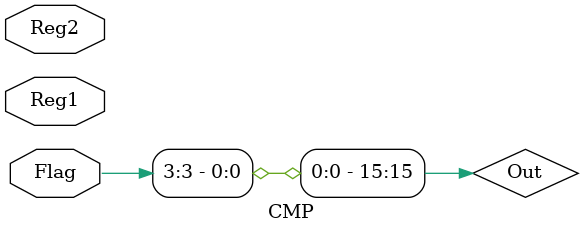
<source format=v>
module CMP (Reg1, Reg2, Flag);

input [15:0] Reg1, Reg2;
input [3:0] Flag; //N,Z,C,V

wire [15:0] Out;

assign {Flag[1], Out} = Reg1 - Reg2;

assign Flag[0] = (({Flag[1],Out[15]} == 2'b01)|| ({Flag[1],Out[15]} == 2'b10));

assign Flag[2] = (Out == 0);

assign Flag[3] = (Out[15] == 1'b1);

endmodule

</source>
